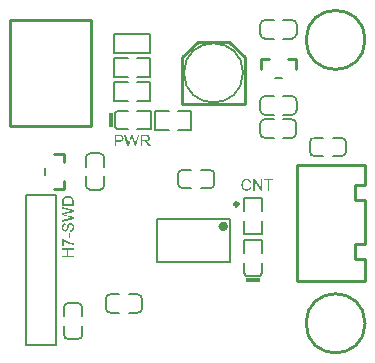
<source format=gto>
G04*
G04 #@! TF.GenerationSoftware,Altium Limited,Altium Designer,21.6.1 (37)*
G04*
G04 Layer_Color=12040119*
%FSLAX25Y25*%
%MOIN*%
G70*
G04*
G04 #@! TF.SameCoordinates,623A30CF-433B-4B46-B165-7DC5B4DDAD39*
G04*
G04*
G04 #@! TF.FilePolarity,Positive*
G04*
G01*
G75*
%ADD10C,0.01000*%
%ADD11C,0.00787*%
%ADD12C,0.01181*%
%ADD13C,0.01575*%
%ADD14R,0.01181X0.04724*%
%ADD15R,0.04724X0.01181*%
G36*
X17207Y54246D02*
X17252D01*
X17357Y54241D01*
X17479Y54224D01*
X17607Y54207D01*
X17740Y54180D01*
X17873Y54146D01*
X17879D01*
X17890Y54141D01*
X17907Y54135D01*
X17929Y54130D01*
X17990Y54107D01*
X18068Y54074D01*
X18157Y54041D01*
X18245Y53996D01*
X18340Y53941D01*
X18428Y53885D01*
X18440Y53880D01*
X18467Y53858D01*
X18506Y53824D01*
X18556Y53780D01*
X18612Y53730D01*
X18667Y53669D01*
X18728Y53608D01*
X18778Y53536D01*
X18784Y53525D01*
X18800Y53503D01*
X18823Y53464D01*
X18850Y53408D01*
X18883Y53342D01*
X18911Y53264D01*
X18945Y53175D01*
X18972Y53075D01*
Y53064D01*
X18978Y53047D01*
X18983Y53031D01*
X18989Y52975D01*
X19000Y52898D01*
X19011Y52809D01*
X19022Y52703D01*
X19028Y52587D01*
X19033Y52459D01*
Y51077D01*
X15193D01*
Y52553D01*
X15198Y52653D01*
X15204Y52764D01*
X15215Y52875D01*
X15232Y52986D01*
X15248Y53081D01*
Y53086D01*
X15254Y53097D01*
Y53114D01*
X15265Y53136D01*
X15282Y53197D01*
X15309Y53275D01*
X15348Y53364D01*
X15398Y53458D01*
X15454Y53552D01*
X15526Y53641D01*
X15531Y53647D01*
X15537Y53652D01*
X15553Y53669D01*
X15570Y53691D01*
X15626Y53747D01*
X15703Y53813D01*
X15798Y53885D01*
X15909Y53963D01*
X16036Y54035D01*
X16181Y54096D01*
X16186D01*
X16197Y54102D01*
X16219Y54113D01*
X16253Y54119D01*
X16292Y54135D01*
X16336Y54146D01*
X16386Y54157D01*
X16447Y54174D01*
X16508Y54191D01*
X16580Y54202D01*
X16736Y54229D01*
X16908Y54246D01*
X17096Y54252D01*
X17102D01*
X17113D01*
X17141D01*
X17169D01*
X17207Y54246D01*
D02*
G37*
G36*
X19033Y49545D02*
Y49046D01*
X16108Y48241D01*
X16103D01*
X16092Y48235D01*
X16075Y48230D01*
X16048Y48224D01*
X15986Y48208D01*
X15914Y48191D01*
X15837Y48169D01*
X15764Y48147D01*
X15703Y48130D01*
X15676Y48125D01*
X15659Y48119D01*
X15664D01*
X15670Y48113D01*
X15703Y48108D01*
X15753Y48097D01*
X15814Y48080D01*
X15881Y48063D01*
X15959Y48041D01*
X16036Y48025D01*
X16108Y48002D01*
X19033Y47192D01*
Y46659D01*
X15193Y45655D01*
Y46182D01*
X17713Y46754D01*
X17718D01*
X17729Y46759D01*
X17751Y46765D01*
X17779Y46770D01*
X17818Y46776D01*
X17857Y46787D01*
X17907Y46798D01*
X17962Y46809D01*
X18079Y46837D01*
X18212Y46865D01*
X18356Y46892D01*
X18501Y46920D01*
X18495D01*
X18473Y46926D01*
X18445Y46937D01*
X18401Y46942D01*
X18356Y46953D01*
X18301Y46970D01*
X18179Y46998D01*
X18057Y47031D01*
X17996Y47042D01*
X17940Y47059D01*
X17890Y47070D01*
X17846Y47081D01*
X17812Y47092D01*
X17790Y47098D01*
X15193Y47825D01*
Y48441D01*
X17141Y48985D01*
X17146D01*
X17174Y48996D01*
X17213Y49007D01*
X17263Y49018D01*
X17330Y49035D01*
X17402Y49057D01*
X17485Y49079D01*
X17579Y49101D01*
X17685Y49129D01*
X17790Y49151D01*
X18018Y49201D01*
X18256Y49251D01*
X18501Y49290D01*
X18495D01*
X18484Y49296D01*
X18462D01*
X18434Y49307D01*
X18401Y49312D01*
X18362Y49323D01*
X18312Y49329D01*
X18256Y49345D01*
X18134Y49373D01*
X17990Y49407D01*
X17835Y49440D01*
X17662Y49484D01*
X15193Y50084D01*
Y50600D01*
X19033Y49545D01*
D02*
G37*
G36*
X18068Y45300D02*
X18145Y45289D01*
X18234Y45266D01*
X18328Y45239D01*
X18428Y45194D01*
X18534Y45133D01*
X18539D01*
X18545Y45127D01*
X18578Y45100D01*
X18628Y45061D01*
X18684Y45005D01*
X18750Y44933D01*
X18823Y44844D01*
X18889Y44745D01*
X18950Y44628D01*
Y44622D01*
X18956Y44611D01*
X18961Y44595D01*
X18972Y44572D01*
X18983Y44539D01*
X19000Y44500D01*
X19022Y44412D01*
X19050Y44306D01*
X19078Y44179D01*
X19094Y44040D01*
X19100Y43890D01*
Y43801D01*
X19094Y43757D01*
Y43707D01*
X19089Y43651D01*
X19083Y43585D01*
X19061Y43446D01*
X19039Y43302D01*
X19000Y43157D01*
X18950Y43018D01*
Y43013D01*
X18945Y43002D01*
X18934Y42985D01*
X18922Y42963D01*
X18889Y42896D01*
X18839Y42819D01*
X18772Y42730D01*
X18695Y42636D01*
X18600Y42547D01*
X18495Y42463D01*
X18489D01*
X18478Y42452D01*
X18462Y42447D01*
X18440Y42430D01*
X18412Y42419D01*
X18379Y42402D01*
X18295Y42364D01*
X18190Y42325D01*
X18073Y42292D01*
X17940Y42269D01*
X17801Y42258D01*
X17757Y42735D01*
X17762D01*
X17768D01*
X17785Y42741D01*
X17807D01*
X17857Y42752D01*
X17929Y42769D01*
X18001Y42791D01*
X18084Y42813D01*
X18162Y42852D01*
X18234Y42891D01*
X18240Y42896D01*
X18262Y42913D01*
X18301Y42941D01*
X18340Y42985D01*
X18390Y43041D01*
X18440Y43102D01*
X18489Y43185D01*
X18534Y43274D01*
Y43279D01*
X18539Y43285D01*
X18545Y43302D01*
X18551Y43318D01*
X18567Y43374D01*
X18589Y43446D01*
X18612Y43535D01*
X18628Y43635D01*
X18639Y43746D01*
X18645Y43868D01*
Y43918D01*
X18639Y43973D01*
X18634Y44040D01*
X18623Y44117D01*
X18612Y44206D01*
X18589Y44295D01*
X18562Y44378D01*
X18556Y44389D01*
X18545Y44417D01*
X18523Y44456D01*
X18501Y44506D01*
X18462Y44556D01*
X18423Y44611D01*
X18379Y44667D01*
X18323Y44711D01*
X18317Y44717D01*
X18295Y44728D01*
X18268Y44745D01*
X18223Y44767D01*
X18179Y44789D01*
X18123Y44806D01*
X18062Y44817D01*
X17996Y44822D01*
X17990D01*
X17962D01*
X17929Y44817D01*
X17885Y44811D01*
X17840Y44794D01*
X17785Y44778D01*
X17729Y44750D01*
X17679Y44711D01*
X17674Y44706D01*
X17657Y44689D01*
X17635Y44667D01*
X17602Y44628D01*
X17568Y44584D01*
X17529Y44523D01*
X17491Y44450D01*
X17457Y44367D01*
X17452Y44362D01*
X17446Y44334D01*
X17429Y44289D01*
X17424Y44262D01*
X17413Y44223D01*
X17396Y44184D01*
X17385Y44134D01*
X17368Y44079D01*
X17352Y44012D01*
X17335Y43945D01*
X17313Y43868D01*
X17291Y43779D01*
X17268Y43685D01*
Y43679D01*
X17263Y43662D01*
X17257Y43635D01*
X17246Y43601D01*
X17235Y43557D01*
X17224Y43507D01*
X17191Y43396D01*
X17152Y43274D01*
X17113Y43146D01*
X17074Y43035D01*
X17052Y42985D01*
X17030Y42941D01*
Y42935D01*
X17024Y42930D01*
X17002Y42896D01*
X16974Y42847D01*
X16930Y42791D01*
X16880Y42724D01*
X16819Y42658D01*
X16747Y42591D01*
X16669Y42536D01*
X16658Y42530D01*
X16630Y42513D01*
X16586Y42491D01*
X16530Y42469D01*
X16458Y42447D01*
X16375Y42425D01*
X16286Y42408D01*
X16192Y42402D01*
X16186D01*
X16181D01*
X16164D01*
X16142D01*
X16086Y42414D01*
X16014Y42425D01*
X15931Y42441D01*
X15837Y42469D01*
X15742Y42508D01*
X15648Y42563D01*
X15642D01*
X15637Y42569D01*
X15604Y42597D01*
X15559Y42636D01*
X15504Y42685D01*
X15442Y42752D01*
X15376Y42835D01*
X15315Y42935D01*
X15259Y43046D01*
Y43052D01*
X15254Y43063D01*
X15248Y43080D01*
X15237Y43102D01*
X15226Y43130D01*
X15215Y43168D01*
X15193Y43252D01*
X15171Y43357D01*
X15148Y43479D01*
X15132Y43607D01*
X15126Y43751D01*
Y43823D01*
X15132Y43862D01*
Y43901D01*
X15143Y44006D01*
X15159Y44123D01*
X15187Y44245D01*
X15221Y44378D01*
X15265Y44500D01*
Y44506D01*
X15270Y44517D01*
X15282Y44534D01*
X15293Y44556D01*
X15320Y44611D01*
X15370Y44684D01*
X15426Y44767D01*
X15498Y44850D01*
X15581Y44928D01*
X15676Y45000D01*
X15681D01*
X15687Y45005D01*
X15703Y45017D01*
X15720Y45028D01*
X15776Y45055D01*
X15848Y45089D01*
X15936Y45127D01*
X16042Y45155D01*
X16153Y45183D01*
X16275Y45194D01*
X16314Y44706D01*
X16308D01*
X16297D01*
X16281Y44700D01*
X16253Y44695D01*
X16192Y44678D01*
X16108Y44656D01*
X16020Y44622D01*
X15931Y44572D01*
X15848Y44512D01*
X15770Y44434D01*
X15764Y44423D01*
X15742Y44395D01*
X15709Y44339D01*
X15676Y44267D01*
X15642Y44173D01*
X15609Y44062D01*
X15587Y43923D01*
X15581Y43768D01*
Y43690D01*
X15587Y43657D01*
X15592Y43612D01*
X15604Y43512D01*
X15626Y43402D01*
X15653Y43290D01*
X15698Y43185D01*
X15726Y43141D01*
X15753Y43096D01*
X15759Y43085D01*
X15781Y43063D01*
X15820Y43030D01*
X15864Y42996D01*
X15925Y42957D01*
X15992Y42924D01*
X16070Y42902D01*
X16159Y42891D01*
X16170D01*
X16192D01*
X16231Y42896D01*
X16275Y42908D01*
X16330Y42924D01*
X16386Y42952D01*
X16442Y42985D01*
X16497Y43035D01*
X16503Y43041D01*
X16519Y43069D01*
X16536Y43091D01*
X16547Y43113D01*
X16564Y43146D01*
X16586Y43185D01*
X16602Y43235D01*
X16625Y43290D01*
X16647Y43352D01*
X16675Y43424D01*
X16697Y43501D01*
X16725Y43590D01*
X16747Y43690D01*
X16774Y43801D01*
Y43807D01*
X16780Y43829D01*
X16786Y43862D01*
X16797Y43901D01*
X16808Y43951D01*
X16825Y44012D01*
X16841Y44073D01*
X16858Y44140D01*
X16897Y44284D01*
X16936Y44423D01*
X16958Y44489D01*
X16980Y44550D01*
X16996Y44606D01*
X17019Y44650D01*
Y44656D01*
X17024Y44667D01*
X17035Y44684D01*
X17047Y44706D01*
X17080Y44767D01*
X17124Y44839D01*
X17185Y44922D01*
X17252Y45005D01*
X17330Y45083D01*
X17413Y45150D01*
X17424Y45155D01*
X17452Y45178D01*
X17502Y45200D01*
X17568Y45233D01*
X17646Y45261D01*
X17740Y45289D01*
X17846Y45305D01*
X17957Y45311D01*
X17962D01*
X17968D01*
X17984D01*
X18007D01*
X18068Y45300D01*
D02*
G37*
G36*
X17879Y40393D02*
X17407D01*
Y41853D01*
X17879D01*
Y40393D01*
D02*
G37*
G36*
X15620Y39977D02*
X15631Y39966D01*
X15653Y39944D01*
X15687Y39922D01*
X15726Y39888D01*
X15770Y39844D01*
X15825Y39799D01*
X15892Y39750D01*
X15959Y39700D01*
X16036Y39639D01*
X16125Y39577D01*
X16214Y39516D01*
X16314Y39450D01*
X16419Y39383D01*
X16536Y39317D01*
X16652Y39250D01*
X16658Y39244D01*
X16680Y39233D01*
X16714Y39217D01*
X16763Y39189D01*
X16825Y39161D01*
X16891Y39128D01*
X16969Y39089D01*
X17058Y39050D01*
X17157Y39006D01*
X17257Y38956D01*
X17368Y38912D01*
X17485Y38867D01*
X17724Y38778D01*
X17979Y38695D01*
X17984D01*
X18001Y38690D01*
X18029Y38684D01*
X18062Y38673D01*
X18106Y38662D01*
X18162Y38651D01*
X18223Y38634D01*
X18290Y38623D01*
X18367Y38606D01*
X18451Y38590D01*
X18628Y38562D01*
X18823Y38534D01*
X19033Y38517D01*
Y38035D01*
X19028D01*
X19011D01*
X18989D01*
X18956Y38040D01*
X18911D01*
X18856Y38046D01*
X18795Y38051D01*
X18728Y38057D01*
X18650Y38068D01*
X18573Y38079D01*
X18478Y38096D01*
X18384Y38112D01*
X18284Y38129D01*
X18173Y38151D01*
X17946Y38207D01*
X17940D01*
X17918Y38212D01*
X17885Y38223D01*
X17835Y38240D01*
X17779Y38257D01*
X17713Y38279D01*
X17635Y38301D01*
X17551Y38334D01*
X17457Y38368D01*
X17363Y38401D01*
X17152Y38484D01*
X16930Y38584D01*
X16708Y38695D01*
X16702Y38701D01*
X16680Y38712D01*
X16652Y38728D01*
X16608Y38751D01*
X16558Y38778D01*
X16497Y38817D01*
X16430Y38856D01*
X16358Y38900D01*
X16197Y39006D01*
X16031Y39117D01*
X15859Y39244D01*
X15698Y39378D01*
Y37496D01*
X15243D01*
Y39983D01*
X15615D01*
X15620Y39977D01*
D02*
G37*
G36*
X19033Y36298D02*
X17224D01*
Y34311D01*
X19033D01*
Y33800D01*
X15193D01*
Y34311D01*
X16769D01*
Y36298D01*
X15193D01*
Y36808D01*
X19033D01*
Y36298D01*
D02*
G37*
G36*
X76804Y59968D02*
X76854Y59963D01*
X76915Y59957D01*
X76976Y59952D01*
X77048Y59935D01*
X77198Y59902D01*
X77364Y59852D01*
X77447Y59818D01*
X77525Y59780D01*
X77603Y59730D01*
X77681Y59680D01*
X77686Y59674D01*
X77697Y59669D01*
X77719Y59652D01*
X77747Y59624D01*
X77775Y59596D01*
X77814Y59558D01*
X77853Y59513D01*
X77897Y59469D01*
X77941Y59413D01*
X77986Y59347D01*
X78036Y59280D01*
X78080Y59208D01*
X78119Y59125D01*
X78163Y59041D01*
X78197Y58953D01*
X78230Y58853D01*
X77731Y58736D01*
Y58742D01*
X77725Y58753D01*
X77714Y58775D01*
X77703Y58803D01*
X77692Y58836D01*
X77675Y58880D01*
X77631Y58969D01*
X77575Y59069D01*
X77508Y59169D01*
X77425Y59263D01*
X77337Y59347D01*
X77325Y59358D01*
X77292Y59380D01*
X77236Y59408D01*
X77164Y59447D01*
X77070Y59480D01*
X76965Y59513D01*
X76837Y59535D01*
X76698Y59541D01*
X76654D01*
X76626Y59535D01*
X76587D01*
X76543Y59530D01*
X76437Y59513D01*
X76321Y59491D01*
X76199Y59452D01*
X76071Y59397D01*
X75955Y59325D01*
X75949D01*
X75943Y59313D01*
X75905Y59286D01*
X75855Y59241D01*
X75794Y59175D01*
X75721Y59091D01*
X75655Y58997D01*
X75594Y58880D01*
X75538Y58753D01*
Y58747D01*
X75533Y58736D01*
X75527Y58719D01*
X75522Y58692D01*
X75511Y58658D01*
X75499Y58620D01*
X75483Y58525D01*
X75461Y58414D01*
X75438Y58292D01*
X75427Y58159D01*
X75422Y58015D01*
Y58009D01*
Y57992D01*
Y57965D01*
Y57931D01*
X75427Y57893D01*
Y57843D01*
X75433Y57787D01*
X75438Y57726D01*
X75455Y57593D01*
X75483Y57449D01*
X75516Y57304D01*
X75560Y57160D01*
Y57154D01*
X75566Y57143D01*
X75577Y57127D01*
X75588Y57099D01*
X75621Y57032D01*
X75671Y56955D01*
X75732Y56866D01*
X75810Y56771D01*
X75899Y56688D01*
X76004Y56611D01*
X76010D01*
X76021Y56605D01*
X76038Y56594D01*
X76060Y56583D01*
X76088Y56572D01*
X76121Y56555D01*
X76199Y56522D01*
X76299Y56488D01*
X76410Y56461D01*
X76532Y56438D01*
X76659Y56433D01*
X76698D01*
X76731Y56438D01*
X76770D01*
X76809Y56444D01*
X76909Y56466D01*
X77026Y56494D01*
X77142Y56538D01*
X77264Y56599D01*
X77325Y56633D01*
X77381Y56677D01*
X77386Y56683D01*
X77392Y56688D01*
X77409Y56705D01*
X77431Y56722D01*
X77453Y56749D01*
X77481Y56783D01*
X77514Y56816D01*
X77542Y56860D01*
X77575Y56910D01*
X77614Y56966D01*
X77647Y57021D01*
X77681Y57088D01*
X77708Y57160D01*
X77736Y57238D01*
X77764Y57321D01*
X77786Y57410D01*
X78297Y57282D01*
Y57276D01*
X78291Y57254D01*
X78280Y57221D01*
X78263Y57177D01*
X78247Y57127D01*
X78224Y57066D01*
X78197Y56999D01*
X78163Y56927D01*
X78086Y56771D01*
X77986Y56616D01*
X77925Y56538D01*
X77864Y56461D01*
X77797Y56394D01*
X77719Y56327D01*
X77714Y56322D01*
X77703Y56311D01*
X77675Y56300D01*
X77647Y56278D01*
X77603Y56250D01*
X77558Y56222D01*
X77497Y56194D01*
X77436Y56166D01*
X77364Y56133D01*
X77286Y56105D01*
X77203Y56078D01*
X77114Y56050D01*
X77020Y56028D01*
X76920Y56017D01*
X76815Y56006D01*
X76704Y56000D01*
X76643D01*
X76598Y56006D01*
X76548D01*
X76487Y56011D01*
X76421Y56022D01*
X76343Y56033D01*
X76182Y56061D01*
X76016Y56105D01*
X75849Y56166D01*
X75771Y56205D01*
X75694Y56250D01*
X75688Y56255D01*
X75677Y56261D01*
X75655Y56278D01*
X75633Y56300D01*
X75599Y56322D01*
X75560Y56355D01*
X75516Y56394D01*
X75472Y56438D01*
X75427Y56488D01*
X75377Y56538D01*
X75277Y56666D01*
X75183Y56816D01*
X75100Y56982D01*
Y56988D01*
X75089Y57004D01*
X75083Y57032D01*
X75067Y57066D01*
X75055Y57110D01*
X75039Y57165D01*
X75016Y57227D01*
X75000Y57293D01*
X74983Y57365D01*
X74961Y57449D01*
X74933Y57621D01*
X74911Y57815D01*
X74900Y58015D01*
Y58020D01*
Y58042D01*
Y58076D01*
X74906Y58114D01*
Y58170D01*
X74911Y58226D01*
X74917Y58298D01*
X74928Y58370D01*
X74955Y58531D01*
X74994Y58708D01*
X75050Y58886D01*
X75128Y59058D01*
X75133Y59064D01*
X75139Y59080D01*
X75150Y59102D01*
X75172Y59130D01*
X75194Y59169D01*
X75222Y59214D01*
X75294Y59313D01*
X75388Y59424D01*
X75499Y59535D01*
X75627Y59646D01*
X75777Y59741D01*
X75782Y59746D01*
X75799Y59752D01*
X75821Y59763D01*
X75849Y59780D01*
X75893Y59796D01*
X75938Y59813D01*
X75993Y59835D01*
X76054Y59857D01*
X76121Y59879D01*
X76193Y59902D01*
X76349Y59935D01*
X76526Y59963D01*
X76709Y59974D01*
X76765D01*
X76804Y59968D01*
D02*
G37*
G36*
X81943Y56067D02*
X81416D01*
X79407Y59080D01*
Y56067D01*
X78918D01*
Y59907D01*
X79440D01*
X81454Y56888D01*
Y59907D01*
X81943D01*
Y56067D01*
D02*
G37*
G36*
X85550Y59452D02*
X84285D01*
Y56067D01*
X83775D01*
Y59452D01*
X82509D01*
Y59907D01*
X85550D01*
Y59452D01*
D02*
G37*
G36*
X39815Y70800D02*
X39316D01*
X38511Y73725D01*
Y73730D01*
X38505Y73742D01*
X38500Y73758D01*
X38494Y73786D01*
X38478Y73847D01*
X38461Y73919D01*
X38439Y73997D01*
X38416Y74069D01*
X38400Y74130D01*
X38394Y74158D01*
X38389Y74174D01*
Y74169D01*
X38383Y74163D01*
X38378Y74130D01*
X38367Y74080D01*
X38350Y74019D01*
X38333Y73952D01*
X38311Y73875D01*
X38294Y73797D01*
X38272Y73725D01*
X37462Y70800D01*
X36929D01*
X35925Y74641D01*
X36452D01*
X37023Y72121D01*
Y72115D01*
X37029Y72104D01*
X37035Y72082D01*
X37040Y72054D01*
X37046Y72015D01*
X37057Y71977D01*
X37068Y71927D01*
X37079Y71871D01*
X37107Y71755D01*
X37134Y71621D01*
X37162Y71477D01*
X37190Y71333D01*
Y71338D01*
X37196Y71361D01*
X37207Y71388D01*
X37212Y71433D01*
X37223Y71477D01*
X37240Y71533D01*
X37268Y71655D01*
X37301Y71777D01*
X37312Y71838D01*
X37329Y71893D01*
X37340Y71943D01*
X37351Y71988D01*
X37362Y72021D01*
X37367Y72043D01*
X38095Y74641D01*
X38711D01*
X39255Y72693D01*
Y72687D01*
X39266Y72659D01*
X39277Y72620D01*
X39288Y72571D01*
X39305Y72504D01*
X39327Y72432D01*
X39349Y72348D01*
X39371Y72254D01*
X39399Y72149D01*
X39421Y72043D01*
X39471Y71816D01*
X39521Y71577D01*
X39560Y71333D01*
Y71338D01*
X39565Y71350D01*
Y71372D01*
X39576Y71399D01*
X39582Y71433D01*
X39593Y71472D01*
X39599Y71522D01*
X39615Y71577D01*
X39643Y71699D01*
X39676Y71843D01*
X39710Y71999D01*
X39754Y72171D01*
X40353Y74641D01*
X40870D01*
X39815Y70800D01*
D02*
G37*
G36*
X43178Y74635D02*
X43228D01*
X43345Y74629D01*
X43467Y74613D01*
X43600Y74596D01*
X43722Y74568D01*
X43783Y74552D01*
X43833Y74535D01*
X43839D01*
X43844Y74530D01*
X43878Y74513D01*
X43928Y74491D01*
X43989Y74452D01*
X44055Y74402D01*
X44127Y74335D01*
X44194Y74258D01*
X44261Y74169D01*
Y74163D01*
X44266Y74158D01*
X44288Y74124D01*
X44311Y74069D01*
X44344Y73997D01*
X44372Y73914D01*
X44399Y73814D01*
X44416Y73708D01*
X44422Y73592D01*
Y73586D01*
Y73575D01*
Y73553D01*
X44416Y73525D01*
Y73486D01*
X44410Y73447D01*
X44388Y73353D01*
X44355Y73242D01*
X44311Y73125D01*
X44244Y73009D01*
X44200Y72953D01*
X44155Y72898D01*
X44150Y72892D01*
X44144Y72887D01*
X44127Y72870D01*
X44105Y72853D01*
X44078Y72831D01*
X44044Y72809D01*
X44000Y72781D01*
X43955Y72748D01*
X43900Y72720D01*
X43839Y72693D01*
X43772Y72659D01*
X43700Y72632D01*
X43617Y72609D01*
X43534Y72582D01*
X43439Y72565D01*
X43339Y72548D01*
X43350Y72543D01*
X43373Y72532D01*
X43406Y72509D01*
X43450Y72487D01*
X43550Y72426D01*
X43600Y72387D01*
X43645Y72354D01*
X43656Y72343D01*
X43683Y72315D01*
X43728Y72271D01*
X43783Y72215D01*
X43844Y72137D01*
X43917Y72054D01*
X43989Y71954D01*
X44066Y71843D01*
X44727Y70800D01*
X44094D01*
X43589Y71599D01*
Y71605D01*
X43578Y71616D01*
X43567Y71632D01*
X43550Y71655D01*
X43511Y71716D01*
X43461Y71793D01*
X43400Y71877D01*
X43339Y71965D01*
X43278Y72049D01*
X43223Y72126D01*
X43217Y72132D01*
X43201Y72154D01*
X43173Y72188D01*
X43134Y72226D01*
X43051Y72310D01*
X43006Y72348D01*
X42962Y72382D01*
X42956Y72387D01*
X42945Y72393D01*
X42923Y72404D01*
X42890Y72421D01*
X42856Y72437D01*
X42818Y72454D01*
X42729Y72482D01*
X42723D01*
X42712Y72487D01*
X42690D01*
X42662Y72493D01*
X42623Y72498D01*
X42579D01*
X42518Y72504D01*
X41863D01*
Y70800D01*
X41352D01*
Y74641D01*
X43134D01*
X43178Y74635D01*
D02*
G37*
G36*
X34359D02*
X34454Y74629D01*
X34554Y74624D01*
X34648Y74613D01*
X34731Y74602D01*
X34742D01*
X34781Y74591D01*
X34831Y74580D01*
X34898Y74563D01*
X34970Y74535D01*
X35048Y74502D01*
X35131Y74463D01*
X35203Y74419D01*
X35214Y74413D01*
X35236Y74396D01*
X35270Y74363D01*
X35314Y74324D01*
X35364Y74274D01*
X35414Y74208D01*
X35469Y74136D01*
X35514Y74052D01*
X35519Y74041D01*
X35530Y74014D01*
X35553Y73963D01*
X35575Y73897D01*
X35592Y73819D01*
X35614Y73730D01*
X35625Y73630D01*
X35630Y73525D01*
Y73519D01*
Y73503D01*
Y73481D01*
X35625Y73442D01*
X35619Y73403D01*
X35614Y73353D01*
X35603Y73298D01*
X35592Y73237D01*
X35553Y73109D01*
X35530Y73042D01*
X35497Y72970D01*
X35458Y72898D01*
X35419Y72831D01*
X35370Y72765D01*
X35314Y72698D01*
X35309Y72693D01*
X35297Y72681D01*
X35281Y72665D01*
X35253Y72648D01*
X35220Y72620D01*
X35175Y72593D01*
X35120Y72559D01*
X35059Y72532D01*
X34987Y72498D01*
X34903Y72465D01*
X34815Y72437D01*
X34709Y72415D01*
X34598Y72393D01*
X34476Y72376D01*
X34337Y72365D01*
X34193Y72360D01*
X33211D01*
Y70800D01*
X32700D01*
Y74641D01*
X34276D01*
X34359Y74635D01*
D02*
G37*
%LPC*%
G36*
X17085Y53730D02*
X17080D01*
X17058D01*
X17030D01*
X16985Y53724D01*
X16936D01*
X16880Y53719D01*
X16813Y53713D01*
X16747Y53708D01*
X16597Y53680D01*
X16442Y53647D01*
X16297Y53597D01*
X16225Y53563D01*
X16164Y53530D01*
X16159D01*
X16147Y53519D01*
X16131Y53508D01*
X16108Y53497D01*
X16053Y53452D01*
X15986Y53397D01*
X15914Y53325D01*
X15842Y53242D01*
X15781Y53147D01*
X15731Y53047D01*
X15726Y53036D01*
X15720Y53009D01*
X15703Y52959D01*
X15687Y52886D01*
X15676Y52798D01*
X15659Y52687D01*
X15653Y52620D01*
Y52548D01*
X15648Y52476D01*
Y51588D01*
X18578D01*
Y52498D01*
X18573Y52537D01*
X18567Y52620D01*
X18562Y52714D01*
X18551Y52814D01*
X18534Y52914D01*
X18512Y52997D01*
X18506Y53009D01*
X18501Y53036D01*
X18484Y53075D01*
X18462Y53125D01*
X18428Y53181D01*
X18395Y53236D01*
X18356Y53292D01*
X18312Y53347D01*
X18301Y53353D01*
X18279Y53375D01*
X18240Y53408D01*
X18184Y53447D01*
X18112Y53491D01*
X18029Y53541D01*
X17934Y53586D01*
X17829Y53625D01*
X17823D01*
X17812Y53630D01*
X17796Y53636D01*
X17774Y53641D01*
X17746Y53647D01*
X17707Y53658D01*
X17668Y53669D01*
X17624Y53680D01*
X17513Y53697D01*
X17385Y53713D01*
X17241Y53724D01*
X17085Y53730D01*
D02*
G37*
G36*
X43073Y74213D02*
X41863D01*
Y72942D01*
X43006D01*
X43073Y72948D01*
X43151Y72953D01*
X43239Y72959D01*
X43328Y72970D01*
X43417Y72987D01*
X43495Y73009D01*
X43506Y73014D01*
X43528Y73026D01*
X43561Y73042D01*
X43606Y73064D01*
X43656Y73098D01*
X43706Y73137D01*
X43756Y73186D01*
X43795Y73242D01*
X43800Y73248D01*
X43811Y73270D01*
X43828Y73303D01*
X43850Y73348D01*
X43867Y73397D01*
X43883Y73453D01*
X43894Y73519D01*
X43900Y73586D01*
Y73592D01*
Y73597D01*
X43894Y73630D01*
X43889Y73680D01*
X43878Y73747D01*
X43850Y73814D01*
X43817Y73891D01*
X43767Y73963D01*
X43700Y74036D01*
X43689Y74041D01*
X43661Y74063D01*
X43617Y74091D01*
X43545Y74124D01*
X43461Y74158D01*
X43350Y74186D01*
X43223Y74208D01*
X43073Y74213D01*
D02*
G37*
G36*
X34310Y74186D02*
X33211D01*
Y72815D01*
X34243D01*
X34282Y72820D01*
X34321D01*
X34365Y72826D01*
X34470Y72837D01*
X34587Y72859D01*
X34704Y72892D01*
X34809Y72937D01*
X34859Y72965D01*
X34898Y72998D01*
X34909Y73009D01*
X34931Y73031D01*
X34964Y73075D01*
X35003Y73131D01*
X35042Y73203D01*
X35075Y73292D01*
X35098Y73392D01*
X35109Y73508D01*
Y73514D01*
Y73519D01*
Y73547D01*
X35103Y73597D01*
X35092Y73653D01*
X35081Y73714D01*
X35059Y73786D01*
X35026Y73852D01*
X34987Y73919D01*
X34981Y73925D01*
X34964Y73947D01*
X34937Y73975D01*
X34903Y74014D01*
X34853Y74052D01*
X34798Y74086D01*
X34737Y74119D01*
X34665Y74147D01*
X34659D01*
X34637Y74152D01*
X34604Y74158D01*
X34559Y74169D01*
X34493Y74174D01*
X34409Y74180D01*
X34310Y74186D01*
D02*
G37*
%LPD*%
D10*
X116142Y11811D02*
G03*
X116142Y11811I-9843J0D01*
G01*
Y106299D02*
G03*
X116142Y106299I-9843J0D01*
G01*
X112706Y33100D02*
Y38400D01*
Y33100D02*
X116200D01*
X112706Y53000D02*
Y58000D01*
X116200D01*
X93500Y25800D02*
X116200D01*
X93500Y64700D02*
X116200D01*
X93500Y25800D02*
Y64700D01*
X116200Y58000D02*
Y64700D01*
Y25800D02*
Y33100D01*
Y38400D02*
Y53000D01*
X112706Y38400D02*
X116200D01*
X112706Y53000D02*
X116200D01*
X15680Y56652D02*
Y59250D01*
Y56652D02*
Y59250D01*
Y56652D02*
Y59250D01*
X12472Y56652D02*
X15680D01*
X12472Y68148D02*
X15680D01*
Y65550D02*
Y68148D01*
X-2061Y77709D02*
Y112906D01*
Y77709D02*
X24710D01*
Y112906D01*
X-2061D02*
X24710D01*
X90423Y99835D02*
X93022D01*
X90423D02*
X93022D01*
X90423D02*
X93022D01*
Y96627D02*
Y99835D01*
X81525Y96627D02*
Y99835D01*
X84124D01*
X60295Y105741D02*
X70925D01*
X55177Y84875D02*
X76043D01*
Y100623D01*
X70925Y105741D02*
X76043Y100623D01*
X55177Y84875D02*
Y100623D01*
X60295Y105741D01*
D11*
X82805Y87535D02*
G03*
X81230Y85961I0J-1575D01*
G01*
Y82890D02*
G03*
X82805Y81315I1575J-0D01*
G01*
X91742Y81315D02*
G03*
X93317Y82890I-0J1575D01*
G01*
X93317Y85961D02*
G03*
X91742Y87535I-1575J0D01*
G01*
X91742Y106724D02*
G03*
X93317Y108299I-0J1575D01*
G01*
Y111369D02*
G03*
X91742Y112944I-1575J0D01*
G01*
X82805Y112944D02*
G03*
X81230Y111369I0J-1575D01*
G01*
X81230Y108299D02*
G03*
X82805Y106724I1575J0D01*
G01*
X82731Y79823D02*
G03*
X81157Y78248I0J-1575D01*
G01*
Y75177D02*
G03*
X82731Y73602I1575J-0D01*
G01*
X91668Y73602D02*
G03*
X93243Y75177I-0J1575D01*
G01*
X93243Y78248D02*
G03*
X91668Y79823I-1575J0D01*
G01*
X23023Y57932D02*
G03*
X24598Y56357I1575J0D01*
G01*
X27669D02*
G03*
X29243Y57932I0J1575D01*
G01*
X29243Y66869D02*
G03*
X27669Y68443I-1575J-0D01*
G01*
X24598Y68443D02*
G03*
X23023Y66869I0J-1575D01*
G01*
X55394Y63010D02*
G03*
X53819Y61435I0J-1575D01*
G01*
Y58365D02*
G03*
X55394Y56790I1575J-0D01*
G01*
X64331Y56790D02*
G03*
X65905Y58365I-0J1575D01*
G01*
X65905Y61435D02*
G03*
X64331Y63010I-1575J0D01*
G01*
X31300Y21510D02*
G03*
X29725Y19935I0J-1575D01*
G01*
Y16865D02*
G03*
X31300Y15290I1575J-0D01*
G01*
X40237Y15290D02*
G03*
X41812Y16865I-0J1575D01*
G01*
X41812Y19935D02*
G03*
X40237Y21510I-1575J0D01*
G01*
X99300Y73710D02*
G03*
X97725Y72135I0J-1575D01*
G01*
Y69065D02*
G03*
X99300Y67490I1575J-0D01*
G01*
X108237Y67490D02*
G03*
X109812Y69065I-0J1575D01*
G01*
X109812Y72135D02*
G03*
X108237Y73710I-1575J0D01*
G01*
X75453Y95308D02*
G03*
X75453Y95308I-9843J0D01*
G01*
X15690Y8074D02*
G03*
X17265Y6499I1575J0D01*
G01*
X20335D02*
G03*
X21910Y8074I0J1575D01*
G01*
X21910Y17011D02*
G03*
X20335Y18586I-1575J-0D01*
G01*
X17265Y18586D02*
G03*
X15690Y17011I0J-1575D01*
G01*
X32695Y77250D02*
X33482Y76490D01*
X32695Y81950D02*
X33482Y82710D01*
X37025D01*
X44643Y76490D02*
Y82710D01*
X32695Y77250D02*
Y81950D01*
X40175Y82710D02*
X44643D01*
X33482Y76490D02*
X37025D01*
X40175D02*
X44643D01*
X81131Y27694D02*
X81891Y28482D01*
X75671D02*
X76430Y27694D01*
X75671Y28482D02*
Y32025D01*
Y39643D02*
X81891D01*
X76430Y27694D02*
X81131D01*
X75671Y35175D02*
Y39643D01*
X81891Y28482D02*
Y32025D01*
Y35175D02*
Y39643D01*
Y49202D02*
Y53671D01*
Y41584D02*
Y46053D01*
X75671Y49202D02*
Y53671D01*
Y41584D02*
X81891D01*
X75671Y53671D02*
X81891D01*
X75671Y41584D02*
Y46053D01*
X53775Y76390D02*
X58243D01*
X46157D02*
X50625D01*
X53775Y82610D02*
X58243D01*
X46157Y76390D02*
Y82610D01*
X58243Y76390D02*
Y82610D01*
X46157D02*
X50625D01*
X9578Y61219D02*
Y63581D01*
X3200Y54511D02*
X13200D01*
Y4511D02*
Y54511D01*
X3200Y4511D02*
Y54511D01*
Y4511D02*
X13200D01*
X86092Y93733D02*
X88455D01*
X82805Y81315D02*
X85699D01*
X88848Y81315D02*
X91742D01*
X88848Y87535D02*
X91742D01*
X81230Y82890D02*
Y85961D01*
X93317Y82890D02*
Y85961D01*
X82805Y87535D02*
X85699D01*
X88848Y112944D02*
X91742D01*
X82805Y112944D02*
X85699D01*
X82805Y106724D02*
X85699D01*
X93317Y108299D02*
Y111369D01*
X81230Y108299D02*
Y111369D01*
X88848Y106724D02*
X91742D01*
X32509Y101958D02*
Y108179D01*
Y101958D02*
X44595D01*
Y108179D01*
X32509D02*
X44595D01*
X40127Y94012D02*
X44595D01*
X32509D02*
X36977D01*
X40127Y100233D02*
X44595D01*
X32509Y94012D02*
Y100233D01*
X44595Y94012D02*
Y100233D01*
X32509D02*
X36977D01*
X40127Y86066D02*
X44595D01*
X32509D02*
X36977D01*
X40127Y92287D02*
X44595D01*
X32509Y86066D02*
Y92287D01*
X44595Y86066D02*
Y92287D01*
X32509D02*
X36977D01*
X82731Y73602D02*
X85625D01*
X88775Y73602D02*
X91668D01*
X88775Y79823D02*
X91668D01*
X81157Y75177D02*
Y78248D01*
X93243Y75177D02*
Y78248D01*
X82731Y79823D02*
X85625D01*
X29243Y57932D02*
Y60825D01*
X29243Y63975D02*
Y66869D01*
X23023Y63975D02*
Y66869D01*
X24598Y56357D02*
X27669D01*
X24598Y68443D02*
X27669D01*
X23023Y57932D02*
Y60825D01*
X55394Y56790D02*
X58287D01*
X61437Y56790D02*
X64331D01*
X61437Y63010D02*
X64331D01*
X53819Y58365D02*
Y61435D01*
X65905Y58365D02*
Y61435D01*
X55394Y63010D02*
X58287D01*
X31300Y15290D02*
X34194D01*
X37343Y15290D02*
X40237D01*
X37343Y21510D02*
X40237D01*
X29725Y16865D02*
Y19935D01*
X41812Y16865D02*
Y19935D01*
X31300Y21510D02*
X34194D01*
X99300Y67490D02*
X102194D01*
X105343Y67490D02*
X108237D01*
X105343Y73710D02*
X108237D01*
X97725Y69065D02*
Y72135D01*
X109812Y69065D02*
Y72135D01*
X99300Y73710D02*
X102194D01*
X46850Y32283D02*
Y46457D01*
X71260Y32283D02*
Y46457D01*
X46850Y32283D02*
X71260D01*
X46850Y46457D02*
X71260D01*
X21910Y8074D02*
Y10967D01*
X21910Y14117D02*
Y17011D01*
X15690Y14117D02*
Y17011D01*
X17265Y6499D02*
X20335D01*
X17265Y18586D02*
X20335D01*
X15690Y8074D02*
Y10967D01*
D12*
X73819Y51575D02*
G03*
X73819Y51575I-591J0D01*
G01*
D13*
X69685Y44094D02*
G03*
X69685Y44094I-787J0D01*
G01*
D14*
X31415Y79600D02*
D03*
D15*
X78781Y26415D02*
D03*
M02*

</source>
